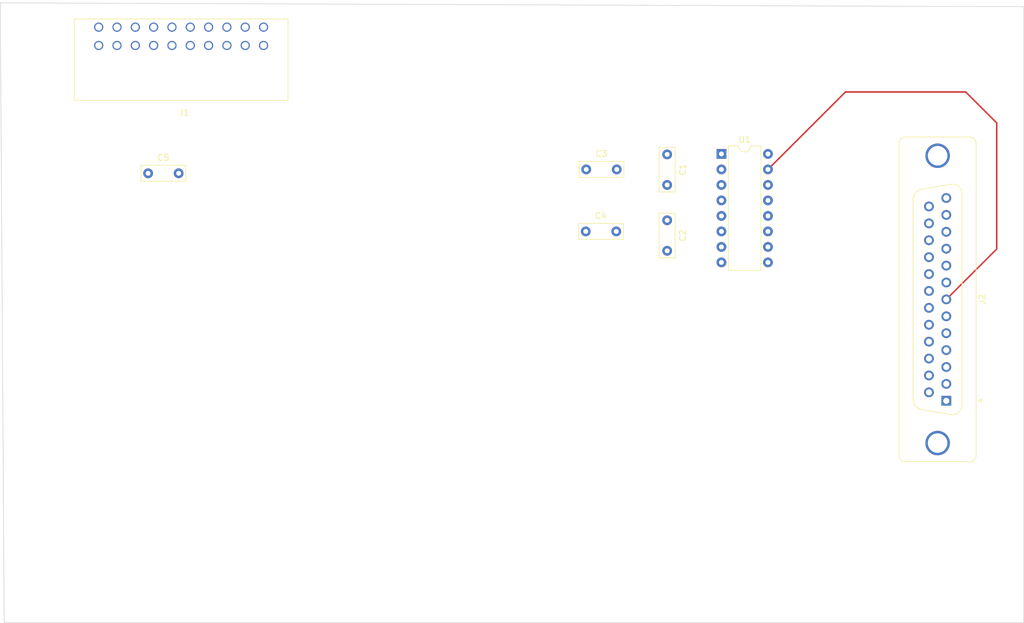
<source format=kicad_pcb>
(kicad_pcb (version 4) (host pcbnew 4.0.6)

  (general
    (links 18)
    (no_connects 15)
    (area 0 0 0 0)
    (thickness 1.6)
    (drawings 4)
    (tracks 5)
    (zones 0)
    (modules 8)
    (nets 54)
  )

  (page A4)
  (layers
    (0 F.Cu signal)
    (31 B.Cu signal)
    (32 B.Adhes user)
    (33 F.Adhes user)
    (34 B.Paste user)
    (35 F.Paste user)
    (36 B.SilkS user)
    (37 F.SilkS user)
    (38 B.Mask user)
    (39 F.Mask user)
    (40 Dwgs.User user)
    (41 Cmts.User user)
    (42 Eco1.User user)
    (43 Eco2.User user)
    (44 Edge.Cuts user)
    (45 Margin user)
    (46 B.CrtYd user)
    (47 F.CrtYd user)
    (48 B.Fab user)
    (49 F.Fab user)
  )

  (setup
    (last_trace_width 0.25)
    (trace_clearance 0.2)
    (zone_clearance 0.508)
    (zone_45_only no)
    (trace_min 0.2)
    (segment_width 0.2)
    (edge_width 0.1)
    (via_size 0.6)
    (via_drill 0.4)
    (via_min_size 0.4)
    (via_min_drill 0.3)
    (uvia_size 0.3)
    (uvia_drill 0.1)
    (uvias_allowed no)
    (uvia_min_size 0.2)
    (uvia_min_drill 0.1)
    (pcb_text_width 0.3)
    (pcb_text_size 1.5 1.5)
    (mod_edge_width 0.15)
    (mod_text_size 1 1)
    (mod_text_width 0.15)
    (pad_size 1.5 1.5)
    (pad_drill 0.6)
    (pad_to_mask_clearance 0)
    (aux_axis_origin 0 0)
    (visible_elements 7FFFFFFF)
    (pcbplotparams
      (layerselection 0x00030_80000001)
      (usegerberextensions false)
      (excludeedgelayer true)
      (linewidth 0.100000)
      (plotframeref false)
      (viasonmask false)
      (mode 1)
      (useauxorigin false)
      (hpglpennumber 1)
      (hpglpenspeed 20)
      (hpglpendiameter 15)
      (hpglpenoverlay 2)
      (psnegative false)
      (psa4output false)
      (plotreference true)
      (plotvalue true)
      (plotinvisibletext false)
      (padsonsilk false)
      (subtractmaskfromsilk false)
      (outputformat 1)
      (mirror false)
      (drillshape 1)
      (scaleselection 1)
      (outputdirectory ""))
  )

  (net 0 "")
  (net 1 "Net-(C1-Pad1)")
  (net 2 "Net-(C1-Pad2)")
  (net 3 "Net-(C2-Pad1)")
  (net 4 "Net-(C2-Pad2)")
  (net 5 0V)
  (net 6 "Net-(C3-Pad2)")
  (net 7 "Net-(C4-Pad2)")
  (net 8 +5V)
  (net 9 "Net-(J1-Pad11)")
  (net 10 "Net-(J1-Pad1)")
  (net 11 "Net-(J1-Pad2)")
  (net 12 "Net-(J1-Pad12)")
  (net 13 "Net-(J1-Pad13)")
  (net 14 "Net-(J1-Pad3)")
  (net 15 "Net-(J1-Pad4)")
  (net 16 "Net-(J1-Pad14)")
  (net 17 "Net-(J1-Pad5)")
  (net 18 "Net-(J1-Pad6)")
  (net 19 "Net-(J1-Pad16)")
  (net 20 "Net-(J1-Pad17)")
  (net 21 "Net-(J1-Pad8)")
  (net 22 "Net-(J1-Pad18)")
  (net 23 "Net-(J1-Pad19)")
  (net 24 "Net-(J1-Pad20)")
  (net 25 "Net-(J1-Pad10)")
  (net 26 "Net-(J2-Pad1)")
  (net 27 "Net-(J2-Pad2)")
  (net 28 "Net-(J2-Pad3)")
  (net 29 "Net-(J2-Pad4)")
  (net 30 "Net-(J2-Pad5)")
  (net 31 "Net-(J2-Pad6)")
  (net 32 "Net-(J2-Pad8)")
  (net 33 "Net-(J2-Pad9)")
  (net 34 "Net-(J2-Pad10)")
  (net 35 "Net-(J2-Pad11)")
  (net 36 "Net-(J2-Pad12)")
  (net 37 "Net-(J2-Pad13)")
  (net 38 "Net-(J2-Pad14)")
  (net 39 "Net-(J2-Pad15)")
  (net 40 "Net-(J2-Pad16)")
  (net 41 "Net-(J2-Pad17)")
  (net 42 "Net-(J2-Pad18)")
  (net 43 "Net-(J2-Pad19)")
  (net 44 "Net-(J2-Pad20)")
  (net 45 "Net-(J2-Pad21)")
  (net 46 "Net-(J2-Pad22)")
  (net 47 "Net-(J2-Pad23)")
  (net 48 "Net-(J2-Pad24)")
  (net 49 "Net-(J2-Pad25)")
  (net 50 "Net-(U1-Pad9)")
  (net 51 "Net-(U1-Pad10)")
  (net 52 "Net-(U1-Pad14)")
  (net 53 "Net-(U1-Pad8)")

  (net_class Default "This is the default net class."
    (clearance 0.2)
    (trace_width 0.25)
    (via_dia 0.6)
    (via_drill 0.4)
    (uvia_dia 0.3)
    (uvia_drill 0.1)
    (add_net +5V)
    (add_net 0V)
    (add_net "Net-(C1-Pad1)")
    (add_net "Net-(C1-Pad2)")
    (add_net "Net-(C2-Pad1)")
    (add_net "Net-(C2-Pad2)")
    (add_net "Net-(C3-Pad2)")
    (add_net "Net-(C4-Pad2)")
    (add_net "Net-(J1-Pad1)")
    (add_net "Net-(J1-Pad10)")
    (add_net "Net-(J1-Pad11)")
    (add_net "Net-(J1-Pad12)")
    (add_net "Net-(J1-Pad13)")
    (add_net "Net-(J1-Pad14)")
    (add_net "Net-(J1-Pad16)")
    (add_net "Net-(J1-Pad17)")
    (add_net "Net-(J1-Pad18)")
    (add_net "Net-(J1-Pad19)")
    (add_net "Net-(J1-Pad2)")
    (add_net "Net-(J1-Pad20)")
    (add_net "Net-(J1-Pad3)")
    (add_net "Net-(J1-Pad4)")
    (add_net "Net-(J1-Pad5)")
    (add_net "Net-(J1-Pad6)")
    (add_net "Net-(J1-Pad8)")
    (add_net "Net-(J2-Pad1)")
    (add_net "Net-(J2-Pad10)")
    (add_net "Net-(J2-Pad11)")
    (add_net "Net-(J2-Pad12)")
    (add_net "Net-(J2-Pad13)")
    (add_net "Net-(J2-Pad14)")
    (add_net "Net-(J2-Pad15)")
    (add_net "Net-(J2-Pad16)")
    (add_net "Net-(J2-Pad17)")
    (add_net "Net-(J2-Pad18)")
    (add_net "Net-(J2-Pad19)")
    (add_net "Net-(J2-Pad2)")
    (add_net "Net-(J2-Pad20)")
    (add_net "Net-(J2-Pad21)")
    (add_net "Net-(J2-Pad22)")
    (add_net "Net-(J2-Pad23)")
    (add_net "Net-(J2-Pad24)")
    (add_net "Net-(J2-Pad25)")
    (add_net "Net-(J2-Pad3)")
    (add_net "Net-(J2-Pad4)")
    (add_net "Net-(J2-Pad5)")
    (add_net "Net-(J2-Pad6)")
    (add_net "Net-(J2-Pad8)")
    (add_net "Net-(J2-Pad9)")
    (add_net "Net-(U1-Pad10)")
    (add_net "Net-(U1-Pad14)")
    (add_net "Net-(U1-Pad8)")
    (add_net "Net-(U1-Pad9)")
  )

  (module Capacitors_THT:C_Rect_L7.2mm_W2.5mm_P5.00mm_FKS2_FKP2_MKS2_MKP2 (layer F.Cu) (tedit 597BC7C2) (tstamp 5A5BC644)
    (at 205.105 72.47 270)
    (descr "C, Rect series, Radial, pin pitch=5.00mm, , length*width=7.2*2.5mm^2, Capacitor, http://www.wima.com/EN/WIMA_FKS_2.pdf")
    (tags "C Rect series Radial pin pitch 5.00mm  length 7.2mm width 2.5mm Capacitor")
    (path /5A5BA1C4)
    (fp_text reference C1 (at 2.5 -2.56 270) (layer F.SilkS)
      (effects (font (size 1 1) (thickness 0.15)))
    )
    (fp_text value 100n (at 2.5 2.56 270) (layer F.Fab)
      (effects (font (size 1 1) (thickness 0.15)))
    )
    (fp_line (start -1.1 -1.25) (end -1.1 1.25) (layer F.Fab) (width 0.1))
    (fp_line (start -1.1 1.25) (end 6.1 1.25) (layer F.Fab) (width 0.1))
    (fp_line (start 6.1 1.25) (end 6.1 -1.25) (layer F.Fab) (width 0.1))
    (fp_line (start 6.1 -1.25) (end -1.1 -1.25) (layer F.Fab) (width 0.1))
    (fp_line (start -1.16 -1.31) (end 6.16 -1.31) (layer F.SilkS) (width 0.12))
    (fp_line (start -1.16 1.31) (end 6.16 1.31) (layer F.SilkS) (width 0.12))
    (fp_line (start -1.16 -1.31) (end -1.16 1.31) (layer F.SilkS) (width 0.12))
    (fp_line (start 6.16 -1.31) (end 6.16 1.31) (layer F.SilkS) (width 0.12))
    (fp_line (start -1.45 -1.6) (end -1.45 1.6) (layer F.CrtYd) (width 0.05))
    (fp_line (start -1.45 1.6) (end 6.45 1.6) (layer F.CrtYd) (width 0.05))
    (fp_line (start 6.45 1.6) (end 6.45 -1.6) (layer F.CrtYd) (width 0.05))
    (fp_line (start 6.45 -1.6) (end -1.45 -1.6) (layer F.CrtYd) (width 0.05))
    (fp_text user %R (at 2.78993 -0.2286 270) (layer F.Fab)
      (effects (font (size 1 1) (thickness 0.15)))
    )
    (pad 1 thru_hole circle (at 0 0 270) (size 1.6 1.6) (drill 0.8) (layers *.Cu *.Mask)
      (net 1 "Net-(C1-Pad1)"))
    (pad 2 thru_hole circle (at 5 0 270) (size 1.6 1.6) (drill 0.8) (layers *.Cu *.Mask)
      (net 2 "Net-(C1-Pad2)"))
    (model ${KISYS3DMOD}/Capacitors_THT.3dshapes/C_Rect_L7.2mm_W2.5mm_P5.00mm_FKS2_FKP2_MKS2_MKP2.wrl
      (at (xyz 0 0 0))
      (scale (xyz 1 1 1))
      (rotate (xyz 0 0 0))
    )
  )

  (module Capacitors_THT:C_Rect_L7.2mm_W2.5mm_P5.00mm_FKS2_FKP2_MKS2_MKP2 (layer F.Cu) (tedit 597BC7C2) (tstamp 5A5BC657)
    (at 205.105 83.265 270)
    (descr "C, Rect series, Radial, pin pitch=5.00mm, , length*width=7.2*2.5mm^2, Capacitor, http://www.wima.com/EN/WIMA_FKS_2.pdf")
    (tags "C Rect series Radial pin pitch 5.00mm  length 7.2mm width 2.5mm Capacitor")
    (path /5A5BA21B)
    (fp_text reference C2 (at 2.5 -2.56 270) (layer F.SilkS)
      (effects (font (size 1 1) (thickness 0.15)))
    )
    (fp_text value 100n (at 2.5 2.56 270) (layer F.Fab)
      (effects (font (size 1 1) (thickness 0.15)))
    )
    (fp_line (start -1.1 -1.25) (end -1.1 1.25) (layer F.Fab) (width 0.1))
    (fp_line (start -1.1 1.25) (end 6.1 1.25) (layer F.Fab) (width 0.1))
    (fp_line (start 6.1 1.25) (end 6.1 -1.25) (layer F.Fab) (width 0.1))
    (fp_line (start 6.1 -1.25) (end -1.1 -1.25) (layer F.Fab) (width 0.1))
    (fp_line (start -1.16 -1.31) (end 6.16 -1.31) (layer F.SilkS) (width 0.12))
    (fp_line (start -1.16 1.31) (end 6.16 1.31) (layer F.SilkS) (width 0.12))
    (fp_line (start -1.16 -1.31) (end -1.16 1.31) (layer F.SilkS) (width 0.12))
    (fp_line (start 6.16 -1.31) (end 6.16 1.31) (layer F.SilkS) (width 0.12))
    (fp_line (start -1.45 -1.6) (end -1.45 1.6) (layer F.CrtYd) (width 0.05))
    (fp_line (start -1.45 1.6) (end 6.45 1.6) (layer F.CrtYd) (width 0.05))
    (fp_line (start 6.45 1.6) (end 6.45 -1.6) (layer F.CrtYd) (width 0.05))
    (fp_line (start 6.45 -1.6) (end -1.45 -1.6) (layer F.CrtYd) (width 0.05))
    (fp_text user %R (at 2.5 0 270) (layer F.Fab)
      (effects (font (size 1 1) (thickness 0.15)))
    )
    (pad 1 thru_hole circle (at 0 0 270) (size 1.6 1.6) (drill 0.8) (layers *.Cu *.Mask)
      (net 3 "Net-(C2-Pad1)"))
    (pad 2 thru_hole circle (at 5 0 270) (size 1.6 1.6) (drill 0.8) (layers *.Cu *.Mask)
      (net 4 "Net-(C2-Pad2)"))
    (model ${KISYS3DMOD}/Capacitors_THT.3dshapes/C_Rect_L7.2mm_W2.5mm_P5.00mm_FKS2_FKP2_MKS2_MKP2.wrl
      (at (xyz 0 0 0))
      (scale (xyz 1 1 1))
      (rotate (xyz 0 0 0))
    )
  )

  (module Capacitors_THT:C_Rect_L7.2mm_W2.5mm_P5.00mm_FKS2_FKP2_MKS2_MKP2 (layer F.Cu) (tedit 597BC7C2) (tstamp 5A5BC66A)
    (at 191.85 74.93)
    (descr "C, Rect series, Radial, pin pitch=5.00mm, , length*width=7.2*2.5mm^2, Capacitor, http://www.wima.com/EN/WIMA_FKS_2.pdf")
    (tags "C Rect series Radial pin pitch 5.00mm  length 7.2mm width 2.5mm Capacitor")
    (path /5A5BA240)
    (fp_text reference C3 (at 2.5 -2.56) (layer F.SilkS)
      (effects (font (size 1 1) (thickness 0.15)))
    )
    (fp_text value 100n (at 2.5 2.56) (layer F.Fab)
      (effects (font (size 1 1) (thickness 0.15)))
    )
    (fp_line (start -1.1 -1.25) (end -1.1 1.25) (layer F.Fab) (width 0.1))
    (fp_line (start -1.1 1.25) (end 6.1 1.25) (layer F.Fab) (width 0.1))
    (fp_line (start 6.1 1.25) (end 6.1 -1.25) (layer F.Fab) (width 0.1))
    (fp_line (start 6.1 -1.25) (end -1.1 -1.25) (layer F.Fab) (width 0.1))
    (fp_line (start -1.16 -1.31) (end 6.16 -1.31) (layer F.SilkS) (width 0.12))
    (fp_line (start -1.16 1.31) (end 6.16 1.31) (layer F.SilkS) (width 0.12))
    (fp_line (start -1.16 -1.31) (end -1.16 1.31) (layer F.SilkS) (width 0.12))
    (fp_line (start 6.16 -1.31) (end 6.16 1.31) (layer F.SilkS) (width 0.12))
    (fp_line (start -1.45 -1.6) (end -1.45 1.6) (layer F.CrtYd) (width 0.05))
    (fp_line (start -1.45 1.6) (end 6.45 1.6) (layer F.CrtYd) (width 0.05))
    (fp_line (start 6.45 1.6) (end 6.45 -1.6) (layer F.CrtYd) (width 0.05))
    (fp_line (start 6.45 -1.6) (end -1.45 -1.6) (layer F.CrtYd) (width 0.05))
    (fp_text user %R (at 2.5 0) (layer F.Fab)
      (effects (font (size 1 1) (thickness 0.15)))
    )
    (pad 1 thru_hole circle (at 0 0) (size 1.6 1.6) (drill 0.8) (layers *.Cu *.Mask)
      (net 5 0V))
    (pad 2 thru_hole circle (at 5 0) (size 1.6 1.6) (drill 0.8) (layers *.Cu *.Mask)
      (net 6 "Net-(C3-Pad2)"))
    (model ${KISYS3DMOD}/Capacitors_THT.3dshapes/C_Rect_L7.2mm_W2.5mm_P5.00mm_FKS2_FKP2_MKS2_MKP2.wrl
      (at (xyz 0 0 0))
      (scale (xyz 1 1 1))
      (rotate (xyz 0 0 0))
    )
  )

  (module Capacitors_THT:C_Rect_L7.2mm_W2.5mm_P5.00mm_FKS2_FKP2_MKS2_MKP2 (layer F.Cu) (tedit 597BC7C2) (tstamp 5A5BC67D)
    (at 191.77 85.09)
    (descr "C, Rect series, Radial, pin pitch=5.00mm, , length*width=7.2*2.5mm^2, Capacitor, http://www.wima.com/EN/WIMA_FKS_2.pdf")
    (tags "C Rect series Radial pin pitch 5.00mm  length 7.2mm width 2.5mm Capacitor")
    (path /5A5BA25D)
    (fp_text reference C4 (at 2.5 -2.56) (layer F.SilkS)
      (effects (font (size 1 1) (thickness 0.15)))
    )
    (fp_text value 100n (at 2.5 2.56) (layer F.Fab)
      (effects (font (size 1 1) (thickness 0.15)))
    )
    (fp_line (start -1.1 -1.25) (end -1.1 1.25) (layer F.Fab) (width 0.1))
    (fp_line (start -1.1 1.25) (end 6.1 1.25) (layer F.Fab) (width 0.1))
    (fp_line (start 6.1 1.25) (end 6.1 -1.25) (layer F.Fab) (width 0.1))
    (fp_line (start 6.1 -1.25) (end -1.1 -1.25) (layer F.Fab) (width 0.1))
    (fp_line (start -1.16 -1.31) (end 6.16 -1.31) (layer F.SilkS) (width 0.12))
    (fp_line (start -1.16 1.31) (end 6.16 1.31) (layer F.SilkS) (width 0.12))
    (fp_line (start -1.16 -1.31) (end -1.16 1.31) (layer F.SilkS) (width 0.12))
    (fp_line (start 6.16 -1.31) (end 6.16 1.31) (layer F.SilkS) (width 0.12))
    (fp_line (start -1.45 -1.6) (end -1.45 1.6) (layer F.CrtYd) (width 0.05))
    (fp_line (start -1.45 1.6) (end 6.45 1.6) (layer F.CrtYd) (width 0.05))
    (fp_line (start 6.45 1.6) (end 6.45 -1.6) (layer F.CrtYd) (width 0.05))
    (fp_line (start 6.45 -1.6) (end -1.45 -1.6) (layer F.CrtYd) (width 0.05))
    (fp_text user %R (at 2.5 0) (layer F.Fab)
      (effects (font (size 1 1) (thickness 0.15)))
    )
    (pad 1 thru_hole circle (at 0 0) (size 1.6 1.6) (drill 0.8) (layers *.Cu *.Mask)
      (net 5 0V))
    (pad 2 thru_hole circle (at 5 0) (size 1.6 1.6) (drill 0.8) (layers *.Cu *.Mask)
      (net 7 "Net-(C4-Pad2)"))
    (model ${KISYS3DMOD}/Capacitors_THT.3dshapes/C_Rect_L7.2mm_W2.5mm_P5.00mm_FKS2_FKP2_MKS2_MKP2.wrl
      (at (xyz 0 0 0))
      (scale (xyz 1 1 1))
      (rotate (xyz 0 0 0))
    )
  )

  (module Capacitors_THT:C_Rect_L7.2mm_W2.5mm_P5.00mm_FKS2_FKP2_MKS2_MKP2 (layer F.Cu) (tedit 597BC7C2) (tstamp 5A5BC690)
    (at 120.095 75.565)
    (descr "C, Rect series, Radial, pin pitch=5.00mm, , length*width=7.2*2.5mm^2, Capacitor, http://www.wima.com/EN/WIMA_FKS_2.pdf")
    (tags "C Rect series Radial pin pitch 5.00mm  length 7.2mm width 2.5mm Capacitor")
    (path /5A5BA27C)
    (fp_text reference C5 (at 2.5 -2.56) (layer F.SilkS)
      (effects (font (size 1 1) (thickness 0.15)))
    )
    (fp_text value 100n (at 2.5 2.56) (layer F.Fab)
      (effects (font (size 1 1) (thickness 0.15)))
    )
    (fp_line (start -1.1 -1.25) (end -1.1 1.25) (layer F.Fab) (width 0.1))
    (fp_line (start -1.1 1.25) (end 6.1 1.25) (layer F.Fab) (width 0.1))
    (fp_line (start 6.1 1.25) (end 6.1 -1.25) (layer F.Fab) (width 0.1))
    (fp_line (start 6.1 -1.25) (end -1.1 -1.25) (layer F.Fab) (width 0.1))
    (fp_line (start -1.16 -1.31) (end 6.16 -1.31) (layer F.SilkS) (width 0.12))
    (fp_line (start -1.16 1.31) (end 6.16 1.31) (layer F.SilkS) (width 0.12))
    (fp_line (start -1.16 -1.31) (end -1.16 1.31) (layer F.SilkS) (width 0.12))
    (fp_line (start 6.16 -1.31) (end 6.16 1.31) (layer F.SilkS) (width 0.12))
    (fp_line (start -1.45 -1.6) (end -1.45 1.6) (layer F.CrtYd) (width 0.05))
    (fp_line (start -1.45 1.6) (end 6.45 1.6) (layer F.CrtYd) (width 0.05))
    (fp_line (start 6.45 1.6) (end 6.45 -1.6) (layer F.CrtYd) (width 0.05))
    (fp_line (start 6.45 -1.6) (end -1.45 -1.6) (layer F.CrtYd) (width 0.05))
    (fp_text user %R (at 2.5 0) (layer F.Fab)
      (effects (font (size 1 1) (thickness 0.15)))
    )
    (pad 1 thru_hole circle (at 0 0) (size 1.6 1.6) (drill 0.8) (layers *.Cu *.Mask)
      (net 5 0V))
    (pad 2 thru_hole circle (at 5 0) (size 1.6 1.6) (drill 0.8) (layers *.Cu *.Mask)
      (net 8 +5V))
    (model ${KISYS3DMOD}/Capacitors_THT.3dshapes/C_Rect_L7.2mm_W2.5mm_P5.00mm_FKS2_FKP2_MKS2_MKP2.wrl
      (at (xyz 0 0 0))
      (scale (xyz 1 1 1))
      (rotate (xyz 0 0 0))
    )
  )

  (module Connectors_Molex:Molex_Microfit3_Header_02x10_Angled_43045-200x (layer F.Cu) (tedit 55BBA9CE) (tstamp 5A5BC6B2)
    (at 139 54.61)
    (descr "Microfit3 header angled 02x10 43045-2000")
    (tags "connector Microfit 02x10 angled 3mm pitch")
    (path /5A5BA3A3)
    (fp_text reference J1 (at -13 11) (layer F.SilkS)
      (effects (font (size 1 1) (thickness 0.15)))
    )
    (fp_text value CONN_02X10 (at -13.5 -6.604) (layer F.Fab)
      (effects (font (size 1 1) (thickness 0.15)))
    )
    (fp_line (start -31.2 -4.55) (end -31.2 9.2) (layer F.CrtYd) (width 0.05))
    (fp_line (start -31.2 9.2) (end 4.2 9.2) (layer F.CrtYd) (width 0.05))
    (fp_line (start 4.2 9.2) (end 4.2 -4.55) (layer F.CrtYd) (width 0.05))
    (fp_line (start 4.2 -4.55) (end -31.2 -4.55) (layer F.CrtYd) (width 0.05))
    (fp_line (start -31 9) (end -31 -4.35) (layer F.SilkS) (width 0.12))
    (fp_line (start -31 -4.35) (end 4 -4.35) (layer F.SilkS) (width 0.12))
    (fp_line (start 4 -4.35) (end 4 9) (layer F.SilkS) (width 0.12))
    (fp_line (start 4 9) (end -31 9) (layer F.SilkS) (width 0.12))
    (pad 11 thru_hole circle (at 0 -3) (size 1.5 1.5) (drill 1.1) (layers *.Cu *.Mask)
      (net 9 "Net-(J1-Pad11)"))
    (pad 1 thru_hole circle (at 0 0) (size 1.5 1.5) (drill 1.1) (layers *.Cu *.Mask)
      (net 10 "Net-(J1-Pad1)"))
    (pad 2 thru_hole circle (at -3 0) (size 1.5 1.5) (drill 1.1) (layers *.Cu *.Mask)
      (net 11 "Net-(J1-Pad2)"))
    (pad 12 thru_hole circle (at -3 -3) (size 1.5 1.5) (drill 1.1) (layers *.Cu *.Mask)
      (net 12 "Net-(J1-Pad12)"))
    (pad 13 thru_hole circle (at -6 -3) (size 1.5 1.5) (drill 1.1) (layers *.Cu *.Mask)
      (net 13 "Net-(J1-Pad13)"))
    (pad 3 thru_hole circle (at -6 0) (size 1.5 1.5) (drill 1.1) (layers *.Cu *.Mask)
      (net 14 "Net-(J1-Pad3)"))
    (pad 4 thru_hole circle (at -9 0) (size 1.5 1.5) (drill 1.1) (layers *.Cu *.Mask)
      (net 15 "Net-(J1-Pad4)"))
    (pad 14 thru_hole circle (at -9 -3) (size 1.5 1.5) (drill 1.1) (layers *.Cu *.Mask)
      (net 16 "Net-(J1-Pad14)"))
    (pad 15 thru_hole circle (at -12 -3) (size 1.5 1.5) (drill 1.1) (layers *.Cu *.Mask)
      (net 5 0V))
    (pad 5 thru_hole circle (at -12 0) (size 1.5 1.5) (drill 1.1) (layers *.Cu *.Mask)
      (net 17 "Net-(J1-Pad5)"))
    (pad 6 thru_hole circle (at -15 0) (size 1.5 1.5) (drill 1.1) (layers *.Cu *.Mask)
      (net 18 "Net-(J1-Pad6)"))
    (pad 16 thru_hole circle (at -15 -3) (size 1.5 1.5) (drill 1.1) (layers *.Cu *.Mask)
      (net 19 "Net-(J1-Pad16)"))
    (pad "" np_thru_hole circle (at -1.6 4.32) (size 3.1 3.1) (drill 3.1) (layers *.Cu *.Mask))
    (pad 17 thru_hole circle (at -18 -3) (size 1.5 1.5) (drill 1.1) (layers *.Cu *.Mask)
      (net 20 "Net-(J1-Pad17)"))
    (pad 7 thru_hole circle (at -18 0) (size 1.5 1.5) (drill 1.1) (layers *.Cu *.Mask)
      (net 8 +5V))
    (pad 8 thru_hole circle (at -21 0) (size 1.5 1.5) (drill 1.1) (layers *.Cu *.Mask)
      (net 21 "Net-(J1-Pad8)"))
    (pad 18 thru_hole circle (at -21 -3) (size 1.5 1.5) (drill 1.1) (layers *.Cu *.Mask)
      (net 22 "Net-(J1-Pad18)"))
    (pad 19 thru_hole circle (at -24 -3) (size 1.5 1.5) (drill 1.1) (layers *.Cu *.Mask)
      (net 23 "Net-(J1-Pad19)"))
    (pad 9 thru_hole circle (at -24 0) (size 1.5 1.5) (drill 1.1) (layers *.Cu *.Mask)
      (net 5 0V))
    (pad 20 thru_hole circle (at -27 -3) (size 1.5 1.5) (drill 1.1) (layers *.Cu *.Mask)
      (net 24 "Net-(J1-Pad20)"))
    (pad 10 thru_hole circle (at -27 0) (size 1.5 1.5) (drill 1.1) (layers *.Cu *.Mask)
      (net 25 "Net-(J1-Pad10)"))
    (pad "" np_thru_hole circle (at -24.8 4.32) (size 3.1 3.1) (drill 3.1) (layers *.Cu *.Mask))
    (model ${KISYS3DMOD}/Connectors_Molex.3dshapes/Molex_Microfit3_Header_02x10_Angled_43045-200x.wrl
      (at (xyz 0 0 0))
      (scale (xyz 1 1 1))
      (rotate (xyz 0 0 0))
    )
  )

  (module Elliott:DSUB-25_Female_Vertical_Pitch2.77x2.84mm_MountingHoles (layer F.Cu) (tedit 59F2C3AB) (tstamp 5A5BC6F9)
    (at 250.825 112.855 270)
    (descr "25-pin D-Sub connector, straight/vertical, THT-mount, female, pitch 2.77x2.84mm, distance of mounting holes 47.1mm, see https://disti-assets.s3.amazonaws.com/tonar/files/datasheets/16730.pdf")
    (tags "25-pin D-Sub connector straight vertical THT female pitch 2.77x2.84mm mounting holes distance 47.1mm")
    (path /5A5BA2E2)
    (fp_text reference J2 (at -16.62 -5.89 270) (layer F.SilkS)
      (effects (font (size 1 1) (thickness 0.15)))
    )
    (fp_text value DB25_FEMALE (at -16.62 8.73 270) (layer F.Fab)
      (effects (font (size 1 1) (thickness 0.15)))
    )
    (fp_arc (start -42.17 -3.83) (end -43.17 -3.83) (angle 90) (layer F.Fab) (width 0.1))
    (fp_arc (start 8.93 -3.83) (end 8.93 -4.83) (angle 90) (layer F.Fab) (width 0.1))
    (fp_arc (start -42.17 6.67) (end -43.17 6.67) (angle -90) (layer F.Fab) (width 0.1))
    (fp_arc (start 8.93 6.67) (end 9.93 6.67) (angle 90) (layer F.Fab) (width 0.1))
    (fp_arc (start -42.17 -3.83) (end -43.23 -3.83) (angle 90) (layer F.SilkS) (width 0.12))
    (fp_arc (start 8.93 -3.83) (end 8.93 -4.89) (angle 90) (layer F.SilkS) (width 0.12))
    (fp_arc (start -42.17 6.67) (end -43.23 6.67) (angle -90) (layer F.SilkS) (width 0.12))
    (fp_arc (start 8.93 6.67) (end 9.99 6.67) (angle 90) (layer F.SilkS) (width 0.12))
    (fp_arc (start -33.863194 -0.93) (end -33.863194 -2.53) (angle -100) (layer F.Fab) (width 0.1))
    (fp_arc (start 0.623194 -0.93) (end 0.623194 -2.53) (angle 100) (layer F.Fab) (width 0.1))
    (fp_arc (start -33.034457 3.77) (end -33.034457 5.37) (angle 80) (layer F.Fab) (width 0.1))
    (fp_arc (start -0.205543 3.77) (end -0.205543 5.37) (angle -80) (layer F.Fab) (width 0.1))
    (fp_arc (start -33.851689 -0.93) (end -33.851689 -2.59) (angle -100) (layer F.SilkS) (width 0.12))
    (fp_arc (start 0.611689 -0.93) (end 0.611689 -2.59) (angle 100) (layer F.SilkS) (width 0.12))
    (fp_arc (start -33.022952 3.77) (end -33.022952 5.43) (angle 80) (layer F.SilkS) (width 0.12))
    (fp_arc (start -0.217048 3.77) (end -0.217048 5.43) (angle -80) (layer F.SilkS) (width 0.12))
    (fp_line (start -42.17 -4.83) (end 8.93 -4.83) (layer F.Fab) (width 0.1))
    (fp_line (start 9.93 -3.83) (end 9.93 6.67) (layer F.Fab) (width 0.1))
    (fp_line (start 8.93 7.67) (end -42.17 7.67) (layer F.Fab) (width 0.1))
    (fp_line (start -43.17 6.67) (end -43.17 -3.83) (layer F.Fab) (width 0.1))
    (fp_line (start -42.17 -4.89) (end 8.93 -4.89) (layer F.SilkS) (width 0.12))
    (fp_line (start 9.99 -3.83) (end 9.99 6.67) (layer F.SilkS) (width 0.12))
    (fp_line (start 8.93 7.73) (end -42.17 7.73) (layer F.SilkS) (width 0.12))
    (fp_line (start -43.23 6.67) (end -43.23 -3.83) (layer F.SilkS) (width 0.12))
    (fp_line (start -0.25 -5.784338) (end 0.25 -5.784338) (layer F.SilkS) (width 0.12))
    (fp_line (start 0.25 -5.784338) (end 0 -5.351325) (layer F.SilkS) (width 0.12))
    (fp_line (start 0 -5.351325) (end -0.25 -5.784338) (layer F.SilkS) (width 0.12))
    (fp_line (start -33.863194 -2.53) (end 0.623194 -2.53) (layer F.Fab) (width 0.1))
    (fp_line (start -33.034457 5.37) (end -0.205543 5.37) (layer F.Fab) (width 0.1))
    (fp_line (start 2.198887 -0.652163) (end 1.37015 4.047837) (layer F.Fab) (width 0.1))
    (fp_line (start -35.438887 -0.652163) (end -34.61015 4.047837) (layer F.Fab) (width 0.1))
    (fp_line (start -33.851689 -2.59) (end 0.611689 -2.59) (layer F.SilkS) (width 0.12))
    (fp_line (start -33.022952 5.43) (end -0.217048 5.43) (layer F.SilkS) (width 0.12))
    (fp_line (start 2.24647 -0.641744) (end 1.417733 4.058256) (layer F.SilkS) (width 0.12))
    (fp_line (start -35.48647 -0.641744) (end -34.657733 4.058256) (layer F.SilkS) (width 0.12))
    (fp_line (start -43.7 -5.35) (end -43.7 8.2) (layer F.CrtYd) (width 0.05))
    (fp_line (start -43.7 8.2) (end 10.45 8.2) (layer F.CrtYd) (width 0.05))
    (fp_line (start 10.45 8.2) (end 10.45 -5.35) (layer F.CrtYd) (width 0.05))
    (fp_line (start 10.45 -5.35) (end -43.7 -5.35) (layer F.CrtYd) (width 0.05))
    (fp_text user %R (at -16.62 1.42 270) (layer F.Fab)
      (effects (font (size 1 1) (thickness 0.15)))
    )
    (pad 1 thru_hole rect (at 0 0 270) (size 1.6 1.6) (drill 1) (layers *.Cu *.Mask)
      (net 26 "Net-(J2-Pad1)"))
    (pad 2 thru_hole circle (at -2.77 0 270) (size 1.6 1.6) (drill 1) (layers *.Cu *.Mask)
      (net 27 "Net-(J2-Pad2)"))
    (pad 3 thru_hole circle (at -5.54 0 270) (size 1.6 1.6) (drill 1) (layers *.Cu *.Mask)
      (net 28 "Net-(J2-Pad3)"))
    (pad 4 thru_hole circle (at -8.31 0 270) (size 1.6 1.6) (drill 1) (layers *.Cu *.Mask)
      (net 29 "Net-(J2-Pad4)"))
    (pad 5 thru_hole circle (at -11.08 0 270) (size 1.6 1.6) (drill 1) (layers *.Cu *.Mask)
      (net 30 "Net-(J2-Pad5)"))
    (pad 6 thru_hole circle (at -13.85 0 270) (size 1.6 1.6) (drill 1) (layers *.Cu *.Mask)
      (net 31 "Net-(J2-Pad6)"))
    (pad 7 thru_hole circle (at -16.62 0 270) (size 1.6 1.6) (drill 1) (layers *.Cu *.Mask)
      (net 5 0V))
    (pad 8 thru_hole circle (at -19.39 0 270) (size 1.6 1.6) (drill 1) (layers *.Cu *.Mask)
      (net 32 "Net-(J2-Pad8)"))
    (pad 9 thru_hole circle (at -22.16 0 270) (size 1.6 1.6) (drill 1) (layers *.Cu *.Mask)
      (net 33 "Net-(J2-Pad9)"))
    (pad 10 thru_hole circle (at -24.93 0 270) (size 1.6 1.6) (drill 1) (layers *.Cu *.Mask)
      (net 34 "Net-(J2-Pad10)"))
    (pad 11 thru_hole circle (at -27.7 0 270) (size 1.6 1.6) (drill 1) (layers *.Cu *.Mask)
      (net 35 "Net-(J2-Pad11)"))
    (pad 12 thru_hole circle (at -30.47 0 270) (size 1.6 1.6) (drill 1) (layers *.Cu *.Mask)
      (net 36 "Net-(J2-Pad12)"))
    (pad 13 thru_hole circle (at -33.24 0 270) (size 1.6 1.6) (drill 1) (layers *.Cu *.Mask)
      (net 37 "Net-(J2-Pad13)"))
    (pad 14 thru_hole circle (at -1.385 2.84 270) (size 1.6 1.6) (drill 1) (layers *.Cu *.Mask)
      (net 38 "Net-(J2-Pad14)"))
    (pad 15 thru_hole circle (at -4.155 2.84 270) (size 1.6 1.6) (drill 1) (layers *.Cu *.Mask)
      (net 39 "Net-(J2-Pad15)"))
    (pad 16 thru_hole circle (at -6.925 2.84 270) (size 1.6 1.6) (drill 1) (layers *.Cu *.Mask)
      (net 40 "Net-(J2-Pad16)"))
    (pad 17 thru_hole circle (at -9.695 2.84 270) (size 1.6 1.6) (drill 1) (layers *.Cu *.Mask)
      (net 41 "Net-(J2-Pad17)"))
    (pad 18 thru_hole circle (at -12.465 2.84 270) (size 1.6 1.6) (drill 1) (layers *.Cu *.Mask)
      (net 42 "Net-(J2-Pad18)"))
    (pad 19 thru_hole circle (at -15.235 2.84 270) (size 1.6 1.6) (drill 1) (layers *.Cu *.Mask)
      (net 43 "Net-(J2-Pad19)"))
    (pad 20 thru_hole circle (at -18.005 2.84 270) (size 1.6 1.6) (drill 1) (layers *.Cu *.Mask)
      (net 44 "Net-(J2-Pad20)"))
    (pad 21 thru_hole circle (at -20.775 2.84 270) (size 1.6 1.6) (drill 1) (layers *.Cu *.Mask)
      (net 45 "Net-(J2-Pad21)"))
    (pad 22 thru_hole circle (at -23.545 2.84 270) (size 1.6 1.6) (drill 1) (layers *.Cu *.Mask)
      (net 46 "Net-(J2-Pad22)"))
    (pad 23 thru_hole circle (at -26.315 2.84 270) (size 1.6 1.6) (drill 1) (layers *.Cu *.Mask)
      (net 47 "Net-(J2-Pad23)"))
    (pad 24 thru_hole circle (at -29.085 2.84 270) (size 1.6 1.6) (drill 1) (layers *.Cu *.Mask)
      (net 48 "Net-(J2-Pad24)"))
    (pad 25 thru_hole circle (at -31.855 2.84 270) (size 1.6 1.6) (drill 1) (layers *.Cu *.Mask)
      (net 49 "Net-(J2-Pad25)"))
    (pad 0 thru_hole circle (at -40.17 1.42 270) (size 4 4) (drill 3.2) (layers *.Cu *.Mask))
    (pad 0 thru_hole circle (at 6.93 1.42 270) (size 4 4) (drill 3.2) (layers *.Cu *.Mask))
    (model ${KISYS3DMOD}/Connectors_DSub.3dshapes/DSUB-25_Female_Vertical_Pitch2.77x2.84mm_MountingHoles.wrl
      (at (xyz 0 0 0))
      (scale (xyz 1 1 1))
      (rotate (xyz 0 0 0))
    )
  )

  (module Housings_DIP:DIP-16_W7.62mm (layer F.Cu) (tedit 59C78D6B) (tstamp 5A5BC71D)
    (at 213.995 72.39)
    (descr "16-lead though-hole mounted DIP package, row spacing 7.62 mm (300 mils)")
    (tags "THT DIP DIL PDIP 2.54mm 7.62mm 300mil")
    (path /5A5BA162)
    (fp_text reference U1 (at 3.81 -2.33) (layer F.SilkS)
      (effects (font (size 1 1) (thickness 0.15)))
    )
    (fp_text value MAX3232 (at 3.81 20.11) (layer F.Fab)
      (effects (font (size 1 1) (thickness 0.15)))
    )
    (fp_arc (start 3.81 -1.33) (end 2.81 -1.33) (angle -180) (layer F.SilkS) (width 0.12))
    (fp_line (start 1.635 -1.27) (end 6.985 -1.27) (layer F.Fab) (width 0.1))
    (fp_line (start 6.985 -1.27) (end 6.985 19.05) (layer F.Fab) (width 0.1))
    (fp_line (start 6.985 19.05) (end 0.635 19.05) (layer F.Fab) (width 0.1))
    (fp_line (start 0.635 19.05) (end 0.635 -0.27) (layer F.Fab) (width 0.1))
    (fp_line (start 0.635 -0.27) (end 1.635 -1.27) (layer F.Fab) (width 0.1))
    (fp_line (start 2.81 -1.33) (end 1.16 -1.33) (layer F.SilkS) (width 0.12))
    (fp_line (start 1.16 -1.33) (end 1.16 19.11) (layer F.SilkS) (width 0.12))
    (fp_line (start 1.16 19.11) (end 6.46 19.11) (layer F.SilkS) (width 0.12))
    (fp_line (start 6.46 19.11) (end 6.46 -1.33) (layer F.SilkS) (width 0.12))
    (fp_line (start 6.46 -1.33) (end 4.81 -1.33) (layer F.SilkS) (width 0.12))
    (fp_line (start -1.1 -1.55) (end -1.1 19.3) (layer F.CrtYd) (width 0.05))
    (fp_line (start -1.1 19.3) (end 8.7 19.3) (layer F.CrtYd) (width 0.05))
    (fp_line (start 8.7 19.3) (end 8.7 -1.55) (layer F.CrtYd) (width 0.05))
    (fp_line (start 8.7 -1.55) (end -1.1 -1.55) (layer F.CrtYd) (width 0.05))
    (fp_text user %R (at 3.81 8.89) (layer F.Fab)
      (effects (font (size 1 1) (thickness 0.15)))
    )
    (pad 1 thru_hole rect (at 0 0) (size 1.6 1.6) (drill 0.8) (layers *.Cu *.Mask)
      (net 1 "Net-(C1-Pad1)"))
    (pad 9 thru_hole oval (at 7.62 17.78) (size 1.6 1.6) (drill 0.8) (layers *.Cu *.Mask)
      (net 50 "Net-(U1-Pad9)"))
    (pad 2 thru_hole oval (at 0 2.54) (size 1.6 1.6) (drill 0.8) (layers *.Cu *.Mask)
      (net 6 "Net-(C3-Pad2)"))
    (pad 10 thru_hole oval (at 7.62 15.24) (size 1.6 1.6) (drill 0.8) (layers *.Cu *.Mask)
      (net 51 "Net-(U1-Pad10)"))
    (pad 3 thru_hole oval (at 0 5.08) (size 1.6 1.6) (drill 0.8) (layers *.Cu *.Mask)
      (net 2 "Net-(C1-Pad2)"))
    (pad 11 thru_hole oval (at 7.62 12.7) (size 1.6 1.6) (drill 0.8) (layers *.Cu *.Mask)
      (net 23 "Net-(J1-Pad19)"))
    (pad 4 thru_hole oval (at 0 7.62) (size 1.6 1.6) (drill 0.8) (layers *.Cu *.Mask)
      (net 3 "Net-(C2-Pad1)"))
    (pad 12 thru_hole oval (at 7.62 10.16) (size 1.6 1.6) (drill 0.8) (layers *.Cu *.Mask)
      (net 20 "Net-(J1-Pad17)"))
    (pad 5 thru_hole oval (at 0 10.16) (size 1.6 1.6) (drill 0.8) (layers *.Cu *.Mask)
      (net 4 "Net-(C2-Pad2)"))
    (pad 13 thru_hole oval (at 7.62 7.62) (size 1.6 1.6) (drill 0.8) (layers *.Cu *.Mask)
      (net 28 "Net-(J2-Pad3)"))
    (pad 6 thru_hole oval (at 0 12.7) (size 1.6 1.6) (drill 0.8) (layers *.Cu *.Mask)
      (net 7 "Net-(C4-Pad2)"))
    (pad 14 thru_hole oval (at 7.62 5.08) (size 1.6 1.6) (drill 0.8) (layers *.Cu *.Mask)
      (net 52 "Net-(U1-Pad14)"))
    (pad 7 thru_hole oval (at 0 15.24) (size 1.6 1.6) (drill 0.8) (layers *.Cu *.Mask)
      (net 27 "Net-(J2-Pad2)"))
    (pad 15 thru_hole oval (at 7.62 2.54) (size 1.6 1.6) (drill 0.8) (layers *.Cu *.Mask)
      (net 5 0V))
    (pad 8 thru_hole oval (at 0 17.78) (size 1.6 1.6) (drill 0.8) (layers *.Cu *.Mask)
      (net 53 "Net-(U1-Pad8)"))
    (pad 16 thru_hole oval (at 7.62 0) (size 1.6 1.6) (drill 0.8) (layers *.Cu *.Mask)
      (net 8 +5V))
    (model ${KISYS3DMOD}/Housings_DIP.3dshapes/DIP-16_W7.62mm.wrl
      (at (xyz 0 0 0))
      (scale (xyz 1 1 1))
      (rotate (xyz 0 0 0))
    )
  )

  (gr_line (start 263.525 48.26) (end 263.525 149.225) (layer Edge.Cuts) (width 0.1))
  (gr_line (start 95.885 47.625) (end 263.525 48.26) (layer Edge.Cuts) (width 0.1))
  (gr_line (start 96.52 149.225) (end 95.885 47.625) (layer Edge.Cuts) (width 0.1))
  (gr_line (start 263.525 149.225) (end 96.52 149.225) (layer Edge.Cuts) (width 0.1))

  (segment (start 250.825 96.235) (end 259.08 87.98) (width 0.25) (layer F.Cu) (net 5))
  (segment (start 259.08 87.98) (end 259.08 67.31) (width 0.25) (layer F.Cu) (net 5))
  (segment (start 259.08 67.31) (end 254 62.23) (width 0.25) (layer F.Cu) (net 5))
  (segment (start 254 62.23) (end 234.315 62.23) (width 0.25) (layer F.Cu) (net 5))
  (segment (start 234.315 62.23) (end 221.615 74.93) (width 0.25) (layer F.Cu) (net 5))

)

</source>
